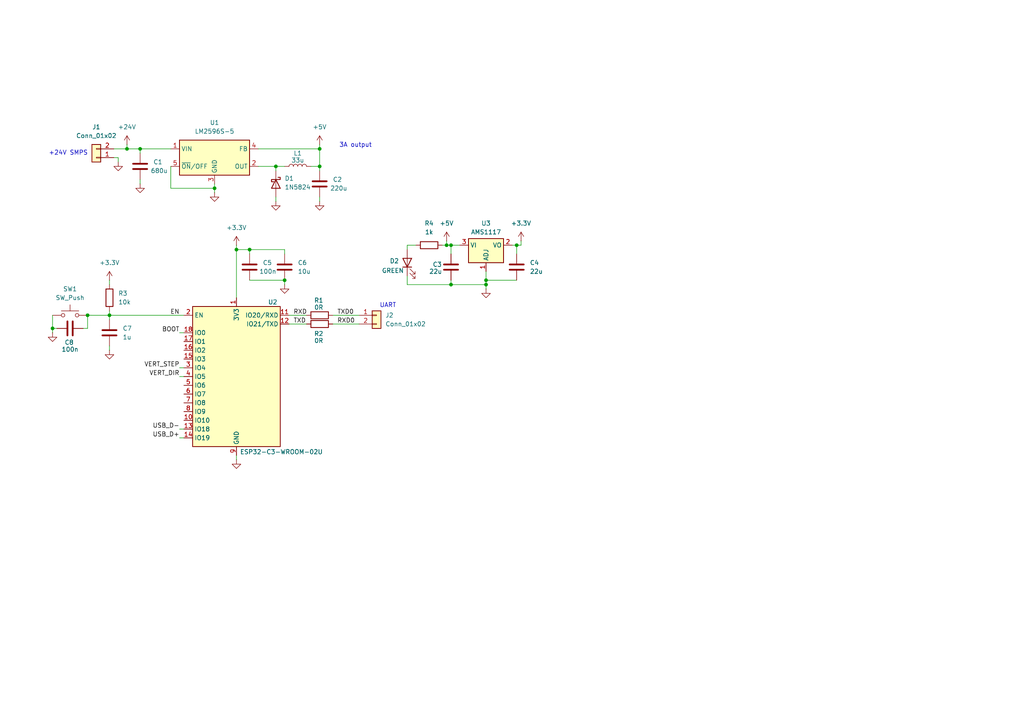
<source format=kicad_sch>
(kicad_sch (version 20250114) (generator "eeschema") (generator_version "9.0")
  (paper "A4")
  (lib_symbols
    (symbol "Connector_Generic:Conn_01x02" (pin_names (offset 1.016) (hide yes))
      (property "Reference" "J" (at 0 2.54 0))
      (property "Value" "Conn_01x02" (at 0 -5.08 0))
      (symbol "Conn_01x02_1_1"
        (rectangle (start -1.27 1.27) (end 1.27 -3.81) (stroke (width 0.254)) (fill (type background)))
        (rectangle (start -1.27 0.127) (end 0 -0.127) (stroke (width 0.1524)))
        (rectangle (start -1.27 -2.413) (end 0 -2.667) (stroke (width 0.1524)))
        (pin passive line (at -5.08 0 0) (length 3.81) (name "Pin_1") (number "1"))
        (pin passive line (at -5.08 -2.54 0) (length 3.81) (name "Pin_2") (number "2"))
      )
    )
    (symbol "Device:C" (pin_numbers (hide yes)) (pin_names (offset 0.254))
      (property "Reference" "C" (at 0.635 2.54 0))
      (property "Value" "C" (at 0.635 -2.54 0))
      (symbol "C_0_1"
        (polyline (pts (xy -2.032 0.762) (xy 2.032 0.762)) (stroke (width 0.508)))
        (polyline (pts (xy -2.032 -0.762) (xy 2.032 -0.762)) (stroke (width 0.508)))
      )
      (symbol "C_1_1"
        (pin passive line (at 0 3.81 270) (length 2.794) (name "~") (number "1"))
        (pin passive line (at 0 -3.81 90) (length 2.794) (name "~") (number "2"))
      )
    )
    (symbol "Device:D_Schottky" (pin_numbers (hide yes)) (pin_names (offset 1.016) (hide yes))
      (property "Reference" "D" (at 0 2.54 0))
      (property "Value" "D_Schottky" (at 0 -2.54 0))
      (symbol "D_Schottky_0_1"
        (polyline (pts (xy -1.905 0.635) (xy -1.905 1.27) (xy -1.27 1.27) (xy -1.27 -1.27) (xy -0.635 -1.27) (xy -0.635 -0.635)) (stroke (width 0.254)))
        (polyline (pts (xy 1.27 1.27) (xy 1.27 -1.27) (xy -1.27 0) (xy 1.27 1.27)) (stroke (width 0.254)))
        (polyline (pts (xy 1.27 0) (xy -1.27 0)))
      )
      (symbol "D_Schottky_1_1"
        (pin passive line (at -3.81 0 0) (length 2.54) (name "K") (number "1"))
        (pin passive line (at 3.81 0 180) (length 2.54) (name "A") (number "2"))
      )
    )
    (symbol "Device:L" (pin_numbers (hide yes)) (pin_names (offset 1.016) (hide yes))
      (property "Reference" "L" (at -1.27 0 90))
      (property "Value" "L" (at 1.905 0 90))
      (symbol "L_0_1"
        (arc (start 0 2.54) (mid 0.6323 1.905) (end 0 1.27))
        (arc (start 0 1.27) (mid 0.6323 0.635) (end 0 0))
        (arc (start 0 0) (mid 0.6323 -0.635) (end 0 -1.27))
        (arc (start 0 -1.27) (mid 0.6323 -1.905) (end 0 -2.54))
      )
      (symbol "L_1_1"
        (pin passive line (at 0 3.81 270) (length 1.27) (name "1") (number "1"))
        (pin passive line (at 0 -3.81 90) (length 1.27) (name "2") (number "2"))
      )
    )
    (symbol "Device:LED" (pin_numbers (hide yes)) (pin_names (offset 1.016) (hide yes))
      (property "Reference" "D" (at 0 2.54 0))
      (property "Value" "LED" (at 0 -2.54 0))
      (symbol "LED_0_1"
        (polyline (pts (xy -3.048 -0.762) (xy -4.572 -2.286) (xy -3.81 -2.286) (xy -4.572 -2.286) (xy -4.572 -1.524)))
        (polyline (pts (xy -1.778 -0.762) (xy -3.302 -2.286) (xy -2.54 -2.286) (xy -3.302 -2.286) (xy -3.302 -1.524)))
        (polyline (pts (xy -1.27 0) (xy 1.27 0)))
        (polyline (pts (xy -1.27 -1.27) (xy -1.27 1.27)) (stroke (width 0.254)))
        (polyline (pts (xy 1.27 -1.27) (xy 1.27 1.27) (xy -1.27 0) (xy 1.27 -1.27)) (stroke (width 0.254)))
      )
      (symbol "LED_1_1"
        (pin passive line (at -3.81 0 0) (length 2.54) (name "K") (number "1"))
        (pin passive line (at 3.81 0 180) (length 2.54) (name "A") (number "2"))
      )
    )
    (symbol "Device:R" (pin_numbers (hide yes)) (pin_names (offset 0))
      (property "Reference" "R" (at 2.032 0 90))
      (property "Value" "R" (at 0 0 90))
      (symbol "R_0_1"
        (rectangle (start -1.016 -2.54) (end 1.016 2.54) (stroke (width 0.254)))
      )
      (symbol "R_1_1"
        (pin passive line (at 0 3.81 270) (length 1.27) (name "~") (number "1"))
        (pin passive line (at 0 -3.81 90) (length 1.27) (name "~") (number "2"))
      )
    )
    (symbol "RF_Module:ESP32-C3-WROOM-02U"
      (property "Reference" "U" (at -12.192 21.336 0))
      (property "Value" "ESP32-C3-WROOM-02U" (at 12.7 21.336 0))
      (symbol "ESP32-C3-WROOM-02U_1_1"
        (rectangle (start -12.7 20.32) (end 12.7 -20.32) (stroke (width 0.254)) (fill (type background)))
        (pin input line (at -15.24 17.78 0) (length 2.54) (name "EN") (number "2"))
        (pin bidirectional line (at -15.24 12.7 0) (length 2.54) (name "IO0") (number "18"))
        (pin bidirectional line (at -15.24 10.16 0) (length 2.54) (name "IO1") (number "17"))
        (pin bidirectional line (at -15.24 7.62 0) (length 2.54) (name "IO2") (number "16"))
        (pin bidirectional line (at -15.24 5.08 0) (length 2.54) (name "IO3") (number "15"))
        (pin bidirectional line (at -15.24 2.54 0) (length 2.54) (name "IO4") (number "3"))
        (pin bidirectional line (at -15.24 0 0) (length 2.54) (name "IO5") (number "4"))
        (pin bidirectional line (at -15.24 -2.54 0) (length 2.54) (name "IO6") (number "5"))
        (pin bidirectional line (at -15.24 -5.08 0) (length 2.54) (name "IO7") (number "6"))
        (pin bidirectional line (at -15.24 -7.62 0) (length 2.54) (name "IO8") (number "7"))
        (pin bidirectional line (at -15.24 -10.16 0) (length 2.54) (name "IO9") (number "8"))
        (pin bidirectional line (at -15.24 -12.7 0) (length 2.54) (name "IO10") (number "10"))
        (pin bidirectional line (at -15.24 -15.24 0) (length 2.54) (name "IO18") (number "13"))
        (pin bidirectional line (at -15.24 -17.78 0) (length 2.54) (name "IO19") (number "14"))
        (pin power_in line (at 0 22.86 270) (length 2.54) (name "3V3") (number "1"))
        (pin passive line (at 0 -22.86 90) (length 2.54) (hide yes) (name "GND") (number "19"))
        (pin power_in line (at 0 -22.86 90) (length 2.54) (name "GND") (number "9"))
        (pin bidirectional line (at 15.24 17.78 180) (length 2.54) (name "IO20/RXD") (number "11"))
        (pin bidirectional line (at 15.24 15.24 180) (length 2.54) (name "IO21/TXD") (number "12"))
      )
    )
    (symbol "Regulator_Linear:AMS1117"
      (property "Reference" "U" (at -3.81 3.175 0))
      (property "Value" "AMS1117" (at 0 3.175 0))
      (symbol "AMS1117_0_1"
        (rectangle (start -5.08 -5.08) (end 5.08 1.905) (stroke (width 0.254)) (fill (type background)))
      )
      (symbol "AMS1117_1_1"
        (pin power_in line (at -7.62 0 0) (length 2.54) (name "VI") (number "3"))
        (pin input line (at 0 -7.62 90) (length 2.54) (name "ADJ") (number "1"))
        (pin power_out line (at 7.62 0 180) (length 2.54) (name "VO") (number "2"))
      )
    )
    (symbol "Regulator_Switching:LM2596S-5"
      (property "Reference" "U" (at -10.16 6.35 0))
      (property "Value" "LM2596S-5" (at 0 6.35 0))
      (symbol "LM2596S-5_0_1"
        (rectangle (start -10.16 5.08) (end 10.16 -5.08) (stroke (width 0.254)) (fill (type background)))
      )
      (symbol "LM2596S-5_1_1"
        (pin power_in line (at -12.7 2.54 0) (length 2.54) (name "VIN") (number "1"))
        (pin input line (at -12.7 -2.54 0) (length 2.54) (name "~{ON}/OFF") (number "5"))
        (pin power_in line (at 0 -7.62 90) (length 2.54) (name "GND") (number "3"))
        (pin input line (at 12.7 2.54 180) (length 2.54) (name "FB") (number "4"))
        (pin output line (at 12.7 -2.54 180) (length 2.54) (name "OUT") (number "2"))
      )
    )
    (symbol "Switch:SW_Push" (pin_numbers (hide yes)) (pin_names (offset 1.016) (hide yes))
      (property "Reference" "SW" (at 1.27 2.54 0))
      (property "Value" "SW_Push" (at 0 -1.524 0))
      (symbol "SW_Push_0_1"
        (circle (center -2.032 0) (radius 0.508))
        (polyline (pts (xy 0 1.27) (xy 0 3.048)))
        (circle (center 2.032 0) (radius 0.508))
        (polyline (pts (xy 2.54 1.27) (xy -2.54 1.27)))
        (pin passive line (at -5.08 0 0) (length 2.54) (name "1") (number "1"))
        (pin passive line (at 5.08 0 180) (length 2.54) (name "2") (number "2"))
      )
    )
    (symbol "power:+24V" (power) (pin_numbers (hide yes)) (pin_names (offset 0) (hide yes))
      (property "Value" "+24V" (at 0 3.556 0))
      (symbol "+24V_0_1"
        (polyline (pts (xy -0.762 1.27) (xy 0 2.54)))
        (polyline (pts (xy 0 2.54) (xy 0.762 1.27)))
        (polyline (pts (xy 0 0) (xy 0 2.54)))
      )
      (symbol "+24V_1_1"
        (pin power_in line (at 0 0 90) (length 0) (name "~") (number "1"))
      )
    )
    (symbol "power:+3.3V" (power) (pin_numbers (hide yes)) (pin_names (offset 0) (hide yes))
      (property "Value" "+3.3V" (at 0 3.556 0))
      (symbol "+3.3V_0_1"
        (polyline (pts (xy -0.762 1.27) (xy 0 2.54)))
        (polyline (pts (xy 0 2.54) (xy 0.762 1.27)))
        (polyline (pts (xy 0 0) (xy 0 2.54)))
      )
      (symbol "+3.3V_1_1"
        (pin power_in line (at 0 0 90) (length 0) (name "~") (number "1"))
      )
    )
    (symbol "power:+5V" (power) (pin_numbers (hide yes)) (pin_names (offset 0) (hide yes))
      (property "Value" "+5V" (at 0 3.556 0))
      (symbol "+5V_0_1"
        (polyline (pts (xy -0.762 1.27) (xy 0 2.54)))
        (polyline (pts (xy 0 2.54) (xy 0.762 1.27)))
        (polyline (pts (xy 0 0) (xy 0 2.54)))
      )
      (symbol "+5V_1_1"
        (pin power_in line (at 0 0 90) (length 0) (name "~") (number "1"))
      )
    )
    (symbol "power:GND" (power) (pin_numbers (hide yes)) (pin_names (offset 0) (hide yes))
      (property "Value" "GND" (at 0 -3.81 0))
      (symbol "GND_0_1"
        (polyline (pts (xy 0 0) (xy 0 -1.27) (xy 1.27 -1.27) (xy 0 -2.54) (xy -1.27 -1.27) (xy 0 -1.27)))
      )
      (symbol "GND_1_1"
        (pin power_in line (at 0 0 270) (length 0) (name "~") (number "1"))
      )
    )
  )
  (text "+24V SMPS" (at 19.812 44.45 0) (effects (font (size 1.27 1.27))))
  (text "UART" (at 112.522 88.646 0) (effects (font (size 1.27 1.27))))
  (text "3A output" (at 103.124 42.164 0) (effects (font (size 1.27 1.27))))
  (junction (at 149.86 71.12))
  (junction (at 25.4 91.44))
  (junction (at 62.23 54.61))
  (junction (at 140.97 81.28))
  (junction (at 31.75 91.44))
  (junction (at 40.64 43.18))
  (junction (at 130.81 82.55))
  (junction (at 68.58 72.39))
  (junction (at 82.55 81.28))
  (junction (at 140.97 82.55))
  (junction (at 92.71 48.26))
  (junction (at 92.71 43.18))
  (junction (at 80.01 48.26))
  (junction (at 129.54 71.12))
  (junction (at 36.83 43.18))
  (junction (at 15.24 95.25))
  (junction (at 130.81 71.12))
  (junction (at 72.39 72.39))
  (wire (pts (xy 90.17 48.26) (xy 92.71 48.26)))
  (wire (pts (xy 15.24 95.25) (xy 15.24 96.52)))
  (wire (pts (xy 49.53 54.61) (xy 62.23 54.61)))
  (wire (pts (xy 82.55 72.39) (xy 72.39 72.39)))
  (wire (pts (xy 130.81 71.12) (xy 133.35 71.12)))
  (wire (pts (xy 128.27 71.12) (xy 129.54 71.12)))
  (wire (pts (xy 24.13 95.25) (xy 25.4 95.25)))
  (wire (pts (xy 140.97 78.74) (xy 140.97 81.28)))
  (wire (pts (xy 36.83 41.91) (xy 36.83 43.18)))
  (wire (pts (xy 129.54 69.85) (xy 129.54 71.12)))
  (wire (pts (xy 129.54 71.12) (xy 130.81 71.12)))
  (wire (pts (xy 31.75 81.28) (xy 31.75 82.55)))
  (wire (pts (xy 72.39 72.39) (xy 72.39 73.66)))
  (wire (pts (xy 118.11 80.01) (xy 118.11 82.55)))
  (wire (pts (xy 120.65 71.12) (xy 118.11 71.12)))
  (wire (pts (xy 34.29 45.72) (xy 33.02 45.72)))
  (wire (pts (xy 31.75 100.33) (xy 31.75 101.6)))
  (wire (pts (xy 82.55 73.66) (xy 82.55 72.39)))
  (wire (pts (xy 118.11 71.12) (xy 118.11 72.39)))
  (wire (pts (xy 149.86 71.12) (xy 151.13 71.12)))
  (wire (pts (xy 16.51 95.25) (xy 15.24 95.25)))
  (wire (pts (xy 83.82 93.98) (xy 88.9 93.98)))
  (wire (pts (xy 149.86 71.12) (xy 148.59 71.12)))
  (wire (pts (xy 92.71 48.26) (xy 92.71 43.18)))
  (wire (pts (xy 40.64 43.18) (xy 36.83 43.18)))
  (wire (pts (xy 34.29 46.99) (xy 34.29 45.72)))
  (wire (pts (xy 40.64 44.45) (xy 40.64 43.18)))
  (wire (pts (xy 130.81 71.12) (xy 130.81 73.66)))
  (wire (pts (xy 80.01 57.15) (xy 80.01 58.42)))
  (wire (pts (xy 31.75 91.44) (xy 31.75 92.71)))
  (wire (pts (xy 92.71 48.26) (xy 92.71 49.53)))
  (wire (pts (xy 130.81 82.55) (xy 140.97 82.55)))
  (wire (pts (xy 40.64 43.18) (xy 49.53 43.18)))
  (wire (pts (xy 31.75 91.44) (xy 53.34 91.44)))
  (wire (pts (xy 25.4 95.25) (xy 25.4 91.44)))
  (wire (pts (xy 49.53 48.26) (xy 49.53 54.61)))
  (wire (pts (xy 74.93 48.26) (xy 80.01 48.26)))
  (wire (pts (xy 140.97 81.28) (xy 149.86 81.28)))
  (wire (pts (xy 151.13 69.85) (xy 151.13 71.12)))
  (wire (pts (xy 140.97 82.55) (xy 140.97 83.82)))
  (wire (pts (xy 83.82 91.44) (xy 88.9 91.44)))
  (wire (pts (xy 149.86 73.66) (xy 149.86 71.12)))
  (wire (pts (xy 82.55 81.28) (xy 82.55 82.55)))
  (wire (pts (xy 52.07 127) (xy 53.34 127)))
  (wire (pts (xy 31.75 90.17) (xy 31.75 91.44)))
  (wire (pts (xy 52.07 124.46) (xy 53.34 124.46)))
  (wire (pts (xy 68.58 71.12) (xy 68.58 72.39)))
  (wire (pts (xy 80.01 48.26) (xy 82.55 48.26)))
  (wire (pts (xy 52.07 106.68) (xy 53.34 106.68)))
  (wire (pts (xy 96.52 91.44) (xy 104.14 91.44)))
  (wire (pts (xy 68.58 132.08) (xy 68.58 133.35)))
  (wire (pts (xy 80.01 48.26) (xy 80.01 49.53)))
  (wire (pts (xy 40.64 52.07) (xy 40.64 53.34)))
  (wire (pts (xy 72.39 81.28) (xy 82.55 81.28)))
  (wire (pts (xy 68.58 86.36) (xy 68.58 72.39)))
  (wire (pts (xy 92.71 43.18) (xy 74.93 43.18)))
  (wire (pts (xy 36.83 43.18) (xy 33.02 43.18)))
  (wire (pts (xy 140.97 81.28) (xy 140.97 82.55)))
  (wire (pts (xy 62.23 54.61) (xy 62.23 53.34)))
  (wire (pts (xy 130.81 82.55) (xy 130.81 81.28)))
  (wire (pts (xy 62.23 54.61) (xy 62.23 55.88)))
  (wire (pts (xy 52.07 96.52) (xy 53.34 96.52)))
  (wire (pts (xy 72.39 72.39) (xy 68.58 72.39)))
  (wire (pts (xy 96.52 93.98) (xy 104.14 93.98)))
  (wire (pts (xy 118.11 82.55) (xy 130.81 82.55)))
  (wire (pts (xy 92.71 57.15) (xy 92.71 58.42)))
  (wire (pts (xy 52.07 109.22) (xy 53.34 109.22)))
  (wire (pts (xy 25.4 91.44) (xy 31.75 91.44)))
  (wire (pts (xy 15.24 95.25) (xy 15.24 91.44)))
  (wire (pts (xy 92.71 41.91) (xy 92.71 43.18)))
  (label "VERT_DIR" (at 52.07 109.22 180))
  (label "USB_D+" (at 52.07 127 180))
  (label "VERT_STEP" (at 52.07 106.68 180))
  (label "RXD0" (at 97.79 93.98 0))
  (label "BOOT" (at 52.07 96.52 180))
  (label "RXD" (at 85.09 91.44 0))
  (label "USB_D-" (at 52.07 124.46 180))
  (label "EN" (at 52.07 91.44 180))
  (label "TXD0" (at 97.79 91.44 0))
  (label "TXD" (at 85.09 93.98 0))
  (symbol (lib_id "Device:R") (at 124.46 71.12 90) (unit 1)
    (property "Reference" "R4" (at 124.46 64.77 90))
    (property "Value" "1k" (at 124.46 67.31 90))
    (property "Description" "Resistor" (effects (hide yes)))
  )
  (symbol (lib_id "power:GND") (at 40.64 53.34 0) (unit 1)
    (property "Reference" "#PWR03" (effects (hide yes)))
    (property "Value" "GND" (effects (hide yes)))
    (property "Description" "Power symbol creates a global label with name \"GND\" , ground" (effects (hide yes)))
  )
  (symbol (lib_id "Switch:SW_Push") (at 20.32 91.44 0) (unit 1)
    (property "Reference" "SW1" (at 20.32 83.82 0))
    (property "Value" "SW_Push" (at 20.32 86.36 0))
    (property "Description" "Push button switch, generic, two pins" (effects (hide yes)))
  )
  (symbol (lib_id "Connector_Generic:Conn_01x02") (at 109.22 91.44 0) (unit 1)
    (property "Reference" "J2" (at 111.76 91.4399 0) (effects (justify left)))
    (property "Value" "Conn_01x02" (at 111.76 93.9799 0) (effects (justify left)))
    (property "Description" "Generic connector, single row, 01x02, script generated (kicad-library-utils/schlib/autogen/connector/)" (effects (hide yes)))
  )
  (symbol (lib_id "power:GND") (at 80.01 58.42 0) (unit 1)
    (property "Reference" "#PWR05" (effects (hide yes)))
    (property "Value" "GND" (effects (hide yes)))
    (property "Description" "Power symbol creates a global label with name \"GND\" , ground" (effects (hide yes)))
  )
  (symbol (lib_id "Regulator_Switching:LM2596S-5") (at 62.23 45.72 0) (unit 1)
    (property "Reference" "U1" (at 62.23 35.56 0))
    (property "Value" "LM2596S-5" (at 62.23 38.1 0))
    (property "Footprint" "Package_TO_SOT_SMD:TO-263-5_TabPin3" (effects (hide yes)))
    (property "Datasheet" "http://www.ti.com/lit/ds/symlink/lm2596.pdf" (effects (hide yes)))
    (property "Description" "5V 3A Step-Down Voltage Regulator, TO-263" (effects (hide yes)))
  )
  (symbol (lib_id "power:+3.3V") (at 68.58 71.12 0) (unit 1)
    (property "Reference" "#PWR010" (effects (hide yes)))
    (property "Value" "+3.3V" (at 68.58 66.04 0))
    (property "Description" "Power symbol creates a global label with name \"+3.3V\"" (effects (hide yes)))
  )
  (symbol (lib_id "power:+3.3V") (at 31.75 81.28 0) (unit 1)
    (property "Reference" "#PWR013" (effects (hide yes)))
    (property "Value" "+3.3V" (at 31.75 76.2 0))
    (property "Description" "Power symbol creates a global label with name \"+3.3V\"" (effects (hide yes)))
  )
  (symbol (lib_id "power:GND") (at 34.29 46.99 0) (unit 1)
    (property "Reference" "#PWR01" (effects (hide yes)))
    (property "Value" "GND" (effects (hide yes)))
    (property "Description" "Power symbol creates a global label with name \"GND\" , ground" (effects (hide yes)))
  )
  (symbol (lib_id "Device:C") (at 31.75 96.52 0) (unit 1)
    (property "Reference" "C7" (at 35.56 95.2499 0) (effects (justify left)))
    (property "Value" "1u" (at 35.56 97.7899 0) (effects (justify left)))
    (property "Description" "Unpolarized capacitor" (effects (hide yes)))
  )
  (symbol (lib_id "power:+5V") (at 92.71 41.91 0) (unit 1)
    (property "Reference" "#PWR07" (effects (hide yes)))
    (property "Value" "+5V" (at 92.71 36.83 0))
    (property "Description" "Power symbol creates a global label with name \"+5V\"" (effects (hide yes)))
  )
  (symbol (lib_id "power:GND") (at 62.23 55.88 0) (unit 1)
    (property "Reference" "#PWR04" (effects (hide yes)))
    (property "Value" "GND" (effects (hide yes)))
    (property "Description" "Power symbol creates a global label with name \"GND\" , ground" (effects (hide yes)))
  )
  (symbol (lib_id "power:GND") (at 92.71 58.42 0) (unit 1)
    (property "Reference" "#PWR06" (effects (hide yes)))
    (property "Value" "GND" (effects (hide yes)))
    (property "Description" "Power symbol creates a global label with name \"GND\" , ground" (effects (hide yes)))
  )
  (symbol (lib_id "Device:R") (at 31.75 86.36 0) (unit 1)
    (property "Reference" "R3" (at 34.29 85.0899 0) (effects (justify left)))
    (property "Value" "10k" (at 34.29 87.6299 0) (effects (justify left)))
    (property "Description" "Resistor" (effects (hide yes)))
  )
  (symbol (lib_id "Device:C") (at 92.71 53.34 0) (unit 1)
    (property "Reference" "C2" (at 96.52 52.0699 0) (effects (justify left)))
    (property "Value" "220u" (at 95.758 54.61 0) (effects (justify left)))
    (property "Description" "Unpolarized capacitor" (effects (hide yes)))
  )
  (symbol (lib_id "Device:R") (at 92.71 91.44 90) (unit 1)
    (property "Reference" "R1" (at 92.456 87.122 90))
    (property "Value" "0R" (at 92.456 89.154 90))
    (property "Description" "Resistor" (effects (hide yes)))
  )
  (symbol (lib_id "Device:C") (at 20.32 95.25 90) (unit 1)
    (property "Reference" "C8" (at 20.066 99.314 90))
    (property "Value" "100n" (at 20.32 101.346 90))
    (property "Description" "Unpolarized capacitor" (effects (hide yes)))
  )
  (symbol (lib_id "power:GND") (at 68.58 133.35 0) (unit 1)
    (property "Reference" "#PWR011" (effects (hide yes)))
    (property "Value" "GND" (effects (hide yes)))
    (property "Description" "Power symbol creates a global label with name \"GND\" , ground" (effects (hide yes)))
  )
  (symbol (lib_id "Device:C") (at 72.39 77.47 0) (unit 1)
    (property "Reference" "C5" (at 76.2 76.1999 0) (effects (justify left)))
    (property "Value" "100n" (at 75.184 78.74 0) (effects (justify left)))
    (property "Description" "Unpolarized capacitor" (effects (hide yes)))
  )
  (symbol (lib_id "Device:L") (at 86.36 48.26 90) (unit 1)
    (property "Reference" "L1" (at 86.36 44.45 90))
    (property "Value" "33u" (at 86.36 46.482 90))
    (property "Description" "Inductor" (effects (hide yes)))
  )
  (symbol (lib_id "Device:R") (at 92.71 93.98 90) (unit 1)
    (property "Reference" "R2" (at 92.456 96.774 90))
    (property "Value" "0R" (at 92.456 98.806 90))
    (property "Description" "Resistor" (effects (hide yes)))
  )
  (symbol (lib_id "Regulator_Linear:AMS1117") (at 140.97 71.12 0) (unit 1)
    (property "Reference" "U3" (at 140.97 64.77 0))
    (property "Value" "AMS1117" (at 140.97 67.31 0))
    (property "Footprint" "Package_TO_SOT_SMD:SOT-223-3_TabPin2" (effects (hide yes)))
    (property "Datasheet" "http://www.advanced-monolithic.com/pdf/ds1117.pdf" (effects (hide yes)))
    (property "Description" "1A Low Dropout regulator, positive, adjustable output, SOT-223" (effects (hide yes)))
  )
  (symbol (lib_id "Device:C") (at 40.64 48.26 0) (unit 1)
    (property "Reference" "C1" (at 44.45 46.9899 0) (effects (justify left)))
    (property "Value" "680u" (at 43.688 49.53 0) (effects (justify left)))
    (property "Description" "Unpolarized capacitor" (effects (hide yes)))
  )
  (symbol (lib_id "Device:LED") (at 118.11 76.2 90) (unit 1)
    (property "Reference" "D2" (at 113.03 75.692 90) (effects (justify right)))
    (property "Value" "GREEN" (at 110.744 78.486 90) (effects (justify right)))
    (property "Description" "Light emitting diode" (effects (hide yes)))
    (property "Sim.Pins" "1=K 2=A" (effects (hide yes)))
  )
  (symbol (lib_id "power:+24V") (at 36.83 41.91 0) (unit 1)
    (property "Reference" "#PWR02" (effects (hide yes)))
    (property "Value" "+24V" (at 36.83 36.83 0))
    (property "Description" "Power symbol creates a global label with name \"+24V\"" (effects (hide yes)))
  )
  (symbol (lib_id "power:GND") (at 140.97 83.82 0) (unit 1)
    (property "Reference" "#PWR09" (effects (hide yes)))
    (property "Value" "GND" (effects (hide yes)))
    (property "Description" "Power symbol creates a global label with name \"GND\" , ground" (effects (hide yes)))
  )
  (symbol (lib_id "Device:C") (at 130.81 77.47 0) (unit 1)
    (property "Reference" "C3" (at 125.476 76.708 0) (effects (justify left)))
    (property "Value" "22u" (at 124.46 78.74 0) (effects (justify left)))
    (property "Description" "Unpolarized capacitor" (effects (hide yes)))
  )
  (symbol (lib_id "RF_Module:ESP32-C3-WROOM-02U") (at 68.58 109.22 0) (unit 1)
    (property "Reference" "U2" (at 77.724 87.63 0) (effects (justify left)))
    (property "Value" "ESP32-C3-WROOM-02U" (at 69.596 131.064 0) (effects (justify left)))
    (property "Footprint" "RF_Module:ESP32-C3-WROOM-02U" (effects (hide yes)))
    (property "Datasheet" "https://www.espressif.com/sites/default/files/documentation/esp32-c3-wroom-02_datasheet_en.pdf" (effects (hide yes)))
    (property "Description" "802.11 b/g/n Wi­Fi and Bluetooth 5 module, ESP32­C3 SoC, RISC­V microprocessor, On-board antenna" (effects (hide yes)))
  )
  (symbol (lib_id "Device:C") (at 82.55 77.47 0) (unit 1)
    (property "Reference" "C6" (at 86.36 76.1999 0) (effects (justify left)))
    (property "Value" "10u" (at 86.36 78.7399 0) (effects (justify left)))
    (property "Description" "Unpolarized capacitor" (effects (hide yes)))
  )
  (symbol (lib_id "power:+3.3V") (at 151.13 69.85 0) (unit 1)
    (property "Reference" "#PWR015" (effects (hide yes)))
    (property "Value" "+3.3V" (at 151.13 64.77 0))
    (property "Description" "Power symbol creates a global label with name \"+3.3V\"" (effects (hide yes)))
  )
  (symbol (lib_id "power:+5V") (at 129.54 69.85 0) (unit 1)
    (property "Reference" "#PWR08" (effects (hide yes)))
    (property "Value" "+5V" (at 129.54 64.77 0))
    (property "Description" "Power symbol creates a global label with name \"+5V\"" (effects (hide yes)))
  )
  (symbol (lib_id "power:GND") (at 15.24 96.52 0) (unit 1)
    (property "Reference" "#PWR016" (effects (hide yes)))
    (property "Value" "GND" (effects (hide yes)))
    (property "Description" "Power symbol creates a global label with name \"GND\" , ground" (effects (hide yes)))
  )
  (symbol (lib_id "Device:D_Schottky") (at 80.01 53.34 270) (unit 1)
    (property "Reference" "D1" (at 82.55 51.7524 90) (effects (justify left)))
    (property "Value" "1N5824" (at 82.55 54.2924 90) (effects (justify left)))
    (property "Description" "Schottky diode" (effects (hide yes)))
  )
  (symbol (lib_id "power:GND") (at 31.75 101.6 0) (unit 1)
    (property "Reference" "#PWR014" (effects (hide yes)))
    (property "Value" "GND" (effects (hide yes)))
    (property "Description" "Power symbol creates a global label with name \"GND\" , ground" (effects (hide yes)))
  )
  (symbol (lib_id "Connector_Generic:Conn_01x02") (at 27.94 45.72 180) (unit 1)
    (property "Reference" "J1" (at 27.94 36.83 0))
    (property "Value" "Conn_01x02" (at 27.94 39.37 0))
    (property "Description" "Generic connector, single row, 01x02, script generated (kicad-library-utils/schlib/autogen/connector/)" (effects (hide yes)))
  )
  (symbol (lib_id "power:GND") (at 82.55 82.55 0) (unit 1)
    (property "Reference" "#PWR012" (effects (hide yes)))
    (property "Value" "GND" (effects (hide yes)))
    (property "Description" "Power symbol creates a global label with name \"GND\" , ground" (effects (hide yes)))
  )
  (symbol (lib_id "Device:C") (at 149.86 77.47 0) (unit 1)
    (property "Reference" "C4" (at 153.67 76.1999 0) (effects (justify left)))
    (property "Value" "22u" (at 153.67 78.7399 0) (effects (justify left)))
    (property "Description" "Unpolarized capacitor" (effects (hide yes)))
  )
)
</source>
